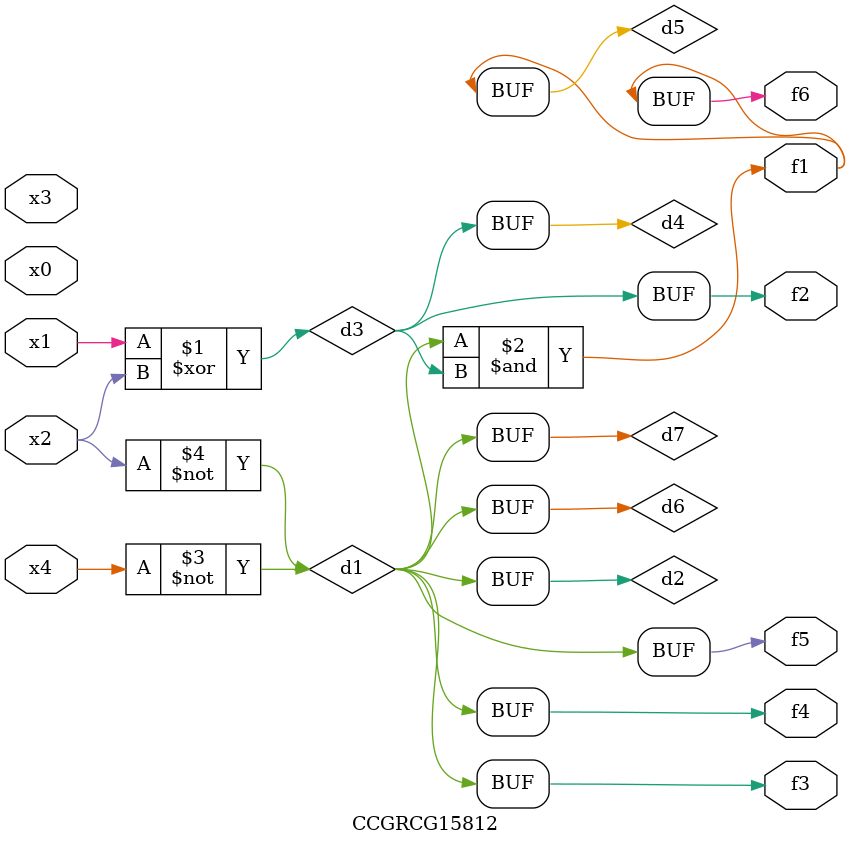
<source format=v>
module CCGRCG15812(
	input x0, x1, x2, x3, x4,
	output f1, f2, f3, f4, f5, f6
);

	wire d1, d2, d3, d4, d5, d6, d7;

	not (d1, x4);
	not (d2, x2);
	xor (d3, x1, x2);
	buf (d4, d3);
	and (d5, d1, d3);
	buf (d6, d1, d2);
	buf (d7, d2);
	assign f1 = d5;
	assign f2 = d4;
	assign f3 = d7;
	assign f4 = d7;
	assign f5 = d7;
	assign f6 = d5;
endmodule

</source>
